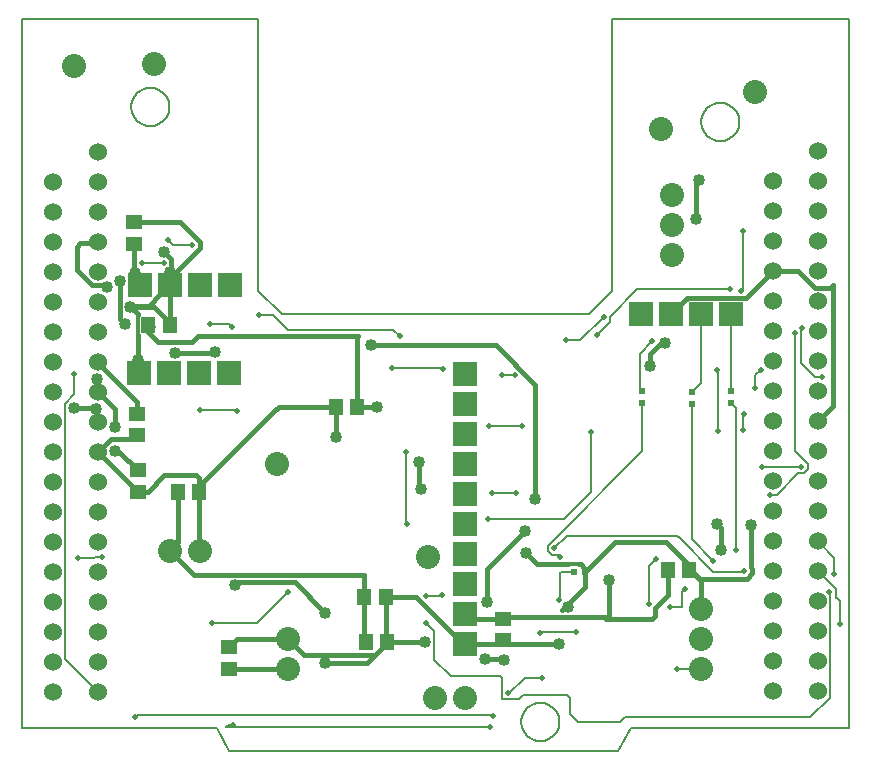
<source format=gbr>
G04 PROTEUS GERBER X2 FILE*
%TF.GenerationSoftware,Labcenter,Proteus,8.12-SP2-Build31155*%
%TF.CreationDate,2024-12-03T23:36:33+00:00*%
%TF.FileFunction,Copper,L2,Bot*%
%TF.FilePolarity,Positive*%
%TF.Part,Single*%
%TF.SameCoordinates,{80aaee04-2193-4ab7-8769-78595995fdec}*%
%FSLAX45Y45*%
%MOMM*%
G01*
%TA.AperFunction,Conductor*%
%ADD10C,0.381000*%
%ADD20C,0.304800*%
%ADD11C,0.203200*%
%TA.AperFunction,ViaPad*%
%ADD12C,1.016000*%
%ADD13C,0.508000*%
%TA.AperFunction,ComponentPad*%
%ADD15C,1.524000*%
%TA.AperFunction,ComponentPad*%
%ADD16R,2.032000X2.032000*%
%TA.AperFunction,ComponentPad*%
%ADD17C,2.032000*%
%TA.AperFunction,SMDPad,CuDef*%
%ADD21R,0.609600X0.558800*%
%ADD22R,1.143000X1.447800*%
%ADD23R,1.447800X1.143000*%
%ADD24R,0.558800X0.609600*%
%TA.AperFunction,Profile*%
%ADD71C,0.203200*%
%TD.AperFunction*%
D10*
X+970000Y+2660000D02*
X+970000Y+2756485D01*
X+641000Y+3085485D01*
X+641000Y+3098000D01*
X+970000Y+2480000D02*
X+994890Y+2455110D01*
X+994890Y+2448756D01*
X+753756Y+2448756D01*
X+641000Y+2336000D01*
X+980000Y+2180000D02*
X+816615Y+2343385D01*
X+789693Y+2343385D01*
X+784147Y+2543036D02*
X+784147Y+2700853D01*
X+641000Y+2844000D01*
X+980000Y+2000000D02*
X+888552Y+2091451D01*
D20*
X+876211Y+2103791D01*
D10*
X+644000Y+2336000D01*
X+641000Y+2336000D01*
X+1320000Y+2000000D02*
X+1320000Y+1570000D01*
X+1250000Y+1500000D01*
X+1500000Y+2000000D02*
X+1500000Y+1504000D01*
X+1504000Y+1500000D01*
X+2840000Y+2720000D02*
X+2840000Y+3312251D01*
X+2841658Y+3313909D01*
X+1488471Y+3313909D01*
X+1438558Y+3263996D01*
X+1155720Y+3263996D01*
X+1144628Y+3275088D01*
X+1070000Y+3349716D01*
X+1070000Y+3410000D01*
D11*
X+1198753Y+3933364D02*
X+1016258Y+3933364D01*
X+1014599Y+3931705D01*
X+1237162Y+4130388D02*
X+1277550Y+4090000D01*
X+1440000Y+4090000D01*
D10*
X+1205776Y+4027002D02*
X+1260926Y+3971852D01*
X+1260926Y+3903555D01*
X+1252449Y+3895078D01*
X+1252449Y+3856307D01*
D11*
X+1591667Y+3415719D02*
X+1755357Y+3415719D01*
X+1777934Y+3393142D01*
X+1507000Y+2690408D02*
X+1809592Y+2690408D01*
X+1820000Y+2680000D01*
X+680000Y+1450000D02*
X+622192Y+1450000D01*
X+612356Y+1440164D01*
X+476888Y+1440164D01*
D10*
X+1750000Y+680000D02*
X+1824000Y+754000D01*
X+2254000Y+754000D01*
X+1750000Y+500000D02*
X+2254000Y+500000D01*
X+3080000Y+1110000D02*
X+3080000Y+740000D01*
X+3090000Y+730000D01*
X+3080000Y+1110000D02*
X+3335882Y+1110000D01*
X+3735882Y+710000D01*
X+3750000Y+710000D01*
X+2900000Y+1110000D02*
X+2900000Y+1080000D01*
X+2900000Y+720000D01*
X+2910000Y+710000D01*
X+2910000Y+730000D01*
D11*
X+3424240Y+1113763D02*
X+3542844Y+1113763D01*
X+3554133Y+1125052D01*
X+6926426Y+880000D02*
X+6926426Y+1077337D01*
X+6901288Y+1102475D01*
X+6888349Y+1102475D01*
X+6888349Y+1172651D01*
X+6737000Y+1324000D01*
X+3424249Y+886105D02*
X+3492044Y+818310D01*
X+3492044Y+575660D01*
X+3633155Y+434549D01*
X+4050844Y+434549D01*
X+4062132Y+423261D01*
X+4062132Y+242638D01*
X+4208888Y+242638D01*
X+4242755Y+276505D01*
X+4615287Y+276505D01*
X+4643510Y+248282D01*
X+4643510Y+112816D01*
X+4705599Y+50727D01*
X+5066844Y+50727D01*
X+5106355Y+90238D01*
X+6675510Y+90238D01*
X+6841211Y+255939D01*
X+6841211Y+1139152D01*
X+6847807Y+1145748D01*
X+6835107Y+1145748D01*
X+6878710Y+1303793D02*
X+6878710Y+1436290D01*
X+6737000Y+1578000D01*
D10*
X+2900000Y+1110000D02*
X+2900000Y+1291488D01*
X+2896393Y+1295095D01*
X+1454905Y+1295095D01*
X+1250000Y+1500000D01*
X+4070000Y+920000D02*
X+3794000Y+920000D01*
X+3750000Y+964000D01*
X+4070000Y+740000D02*
X+4040000Y+710000D01*
X+3750000Y+710000D01*
D11*
X+4670000Y+1320000D02*
X+4560290Y+1320000D01*
X+4554613Y+1314323D01*
X+4554613Y+1091317D01*
X+4543274Y+1079978D01*
D10*
X+4770000Y+1320000D02*
X+5025127Y+1575127D01*
X+5450417Y+1575127D01*
X+5650000Y+1375544D01*
X+5650000Y+1340000D01*
D11*
X+5750000Y+500000D02*
X+5550000Y+500000D01*
X+4505817Y+1518657D02*
X+4613781Y+1626621D01*
X+5545682Y+1626621D01*
X+5568411Y+1603892D01*
X+5852527Y+1319776D01*
X+6113914Y+1319776D01*
X+6113914Y+1331140D01*
D10*
X+4080057Y+578003D02*
X+4076243Y+581817D01*
X+3942837Y+581817D01*
X+3919246Y+581817D01*
X+5914579Y+1501298D02*
X+5914579Y+1691636D01*
X+5884069Y+1722146D01*
D11*
X+5490481Y+1026892D02*
X+5585749Y+1026892D01*
X+5585749Y+1150764D01*
X+5610616Y+1175631D01*
X+6045390Y+1501711D02*
X+6045390Y+2704610D01*
X+6000000Y+2750000D01*
X+5307418Y+1049775D02*
X+5307418Y+1370135D01*
X+5364625Y+1427342D01*
X+5850886Y+1415900D02*
X+5670000Y+1596786D01*
X+5670000Y+2740000D01*
X+4559114Y+1445673D02*
X+4539388Y+1465399D01*
X+4483759Y+1465399D01*
X+4450000Y+1499158D01*
X+4450000Y+1540000D01*
X+5250000Y+2340000D01*
X+5250000Y+2750000D01*
X+4607125Y+3285856D02*
X+4728078Y+3285856D01*
X+4923906Y+3481684D01*
D10*
X+5496000Y+3500000D02*
X+5617579Y+3621579D01*
D20*
X+5628421Y+3632421D01*
D10*
X+5634386Y+3638386D01*
X+6130386Y+3638386D01*
X+6356000Y+3864000D01*
D11*
X+5750000Y+3500000D02*
X+5750000Y+2920000D01*
X+5670000Y+2840000D01*
X+5338598Y+3274337D02*
X+5230000Y+3165739D01*
X+5230000Y+3160000D01*
X+5230000Y+2870000D01*
X+5250000Y+2850000D01*
D10*
X+6356000Y+3864000D02*
X+6571975Y+3864000D01*
X+6713024Y+3722951D01*
X+6846986Y+3722951D01*
X+6870662Y+3746627D01*
X+6870662Y+2727662D01*
X+6737000Y+2594000D01*
D11*
X+6004000Y+3500000D02*
X+6004000Y+2854000D01*
X+6000000Y+2850000D01*
X+4067221Y+2990000D02*
X+4161272Y+2990000D01*
X+4163243Y+2988029D01*
X+4173801Y+2988029D01*
X+3946414Y+1764494D02*
X+4589157Y+1764494D01*
X+4817602Y+1992939D01*
X+4817602Y+2500163D01*
X+4821474Y+2504035D01*
X+3977390Y+1989067D02*
X+4182603Y+1989067D01*
X+3958030Y+2558243D02*
X+4229067Y+2558243D01*
X+4232939Y+2554371D01*
X+4235877Y+2554371D01*
D10*
X+5317384Y+3063736D02*
X+5317384Y+3162772D01*
X+5410595Y+3255983D01*
X+5445549Y+3255983D01*
D11*
X+6102566Y+2518038D02*
X+6102566Y+2646400D01*
X+6111209Y+2655043D01*
X+6113735Y+2657569D01*
X+5893384Y+2510249D02*
X+5893384Y+3024568D01*
X+5885604Y+3032348D01*
X+6255130Y+3032348D02*
X+6210000Y+2987218D01*
X+6210000Y+2880000D01*
X+6266799Y+2211613D02*
X+6598387Y+2211613D01*
X+6600000Y+2210000D01*
X+6330000Y+1969523D02*
X+6389523Y+1969523D01*
X+6573266Y+2153266D01*
X+6620765Y+2153266D01*
X+6655773Y+2188274D01*
X+6655773Y+2234227D01*
X+6542970Y+2347030D01*
X+6542970Y+3339637D01*
X+6772465Y+2974001D02*
X+6715999Y+2974001D01*
X+6597427Y+3092573D01*
X+6597427Y+3382425D01*
X+6601316Y+3386314D01*
D10*
X+3365613Y+2254080D02*
X+3365613Y+2039817D01*
X+3381196Y+2024234D01*
X+830000Y+3780000D02*
X+830000Y+3460000D01*
X+870000Y+3420000D01*
X+1250000Y+3750000D02*
X+1250000Y+3810344D01*
X+1504000Y+4064344D01*
X+1504000Y+4116000D01*
X+1340000Y+4280000D01*
X+950000Y+4280000D01*
X+1250000Y+3750000D02*
X+1128410Y+3628403D01*
D20*
X+1117594Y+3617588D01*
D10*
X+1075082Y+3575082D01*
X+904918Y+3575082D01*
X+917575Y+3562425D01*
X+721160Y+3731160D02*
X+705263Y+3747057D01*
X+592943Y+3747057D01*
X+465619Y+3874381D01*
X+465619Y+3910799D01*
X+465619Y+4074754D01*
X+494246Y+4103381D01*
X+630381Y+4103381D01*
X+641000Y+4114000D01*
X+3005709Y+2717114D02*
X+2842886Y+2717114D01*
X+2840000Y+2720000D01*
X+956482Y+3853054D02*
X+950000Y+3859536D01*
X+950000Y+4100000D01*
X+1085833Y+3389429D02*
X+1070000Y+3410000D01*
X+4070000Y+920000D02*
X+4086822Y+936822D01*
X+4141204Y+936822D01*
X+4935338Y+936822D01*
X+4948888Y+923272D01*
X+4969806Y+1253850D02*
X+4969806Y+944190D01*
X+4948888Y+923272D01*
X+5336943Y+923272D01*
X+5360462Y+946791D01*
X+5360462Y+1014813D01*
X+5470000Y+1124351D01*
X+5470000Y+1340000D01*
X+641000Y+2844000D02*
X+641000Y+2966129D01*
X+636635Y+2970494D01*
X+636635Y+2953376D01*
X+1295154Y+3176454D02*
X+1630465Y+3176454D01*
X+1636172Y+3182161D01*
X+3090000Y+730000D02*
X+3090000Y+720000D01*
X+2990000Y+620000D01*
X+2922887Y+552887D01*
X+2567655Y+552887D01*
X+2567655Y+975951D02*
X+2308683Y+1234923D01*
X+1809836Y+1234923D01*
X+1807223Y+1232310D01*
X+1807223Y+1207528D01*
X+2990000Y+620000D02*
X+2388000Y+620000D01*
X+2254000Y+754000D01*
X+3941541Y+1066256D02*
X+3941541Y+1348479D01*
X+4255121Y+1662059D01*
X+4345276Y+1936440D02*
X+4345276Y+2904619D01*
X+4012097Y+3237798D01*
X+2957683Y+3237798D01*
X+3090000Y+730000D02*
X+3093416Y+726584D01*
X+3413378Y+726584D01*
X+2660000Y+2720000D02*
X+2660000Y+2467907D01*
X+2656009Y+2463916D01*
X+440000Y+2710000D02*
X+605008Y+2710000D01*
X+626927Y+2731919D01*
X+626927Y+2699996D01*
X+978975Y+3109858D02*
X+978975Y+3323412D01*
D20*
X+978975Y+3496588D01*
D10*
X+978975Y+3501025D01*
X+917575Y+3562425D01*
X+1117575Y+3562425D01*
X+1250000Y+3430000D01*
X+1250000Y+3410000D01*
X+1250000Y+3750000D02*
X+1250000Y+3430000D01*
X+980000Y+2000000D02*
X+1066373Y+2000000D01*
X+1206395Y+2140022D01*
X+1475236Y+2140022D01*
X+1483638Y+2131620D01*
X+1500000Y+2115258D01*
X+1500000Y+2050000D01*
X+1500000Y+2000000D01*
X+2660000Y+2720000D02*
X+2175653Y+2720000D01*
X+2137335Y+2681682D01*
X+2025653Y+2570000D01*
X+2020000Y+2570000D01*
X+1500000Y+2050000D01*
X+4770000Y+1320000D02*
X+4770000Y+1194060D01*
X+4573124Y+997184D01*
X+4573124Y+995148D01*
X+4604377Y+1026401D01*
X+4620377Y+1026401D01*
X+4549076Y+705610D02*
X+4104390Y+705610D01*
X+4070000Y+740000D01*
X+4267131Y+1477231D02*
X+4360837Y+1383525D01*
X+4626025Y+1383525D01*
D20*
X+4713975Y+1383525D01*
D10*
X+4733192Y+1383525D01*
X+4770000Y+1346717D01*
X+4770000Y+1320000D01*
X+6170923Y+1716666D02*
X+6170923Y+1360091D01*
X+6184727Y+1346287D01*
X+6184727Y+1309475D01*
X+6135252Y+1260000D01*
X+5740000Y+1260000D01*
X+5730000Y+1260000D01*
X+5650000Y+1340000D01*
X+5750000Y+1008000D02*
X+5750000Y+1250000D01*
X+5740000Y+1260000D01*
X+5707150Y+1292850D01*
X+5650000Y+1340000D01*
D11*
X+5996374Y+3713260D02*
X+5210183Y+3713260D01*
X+4977583Y+3480660D01*
X+4977583Y+3434139D01*
X+4870587Y+3327143D01*
X+3248585Y+2336264D02*
X+3248585Y+1731502D01*
X+3257889Y+1722198D01*
X+3264092Y+1722198D01*
D10*
X+5730000Y+4640000D02*
X+5708072Y+4618072D01*
X+5708072Y+4306734D01*
D11*
X+6107519Y+4205339D02*
X+6107519Y+3713571D01*
X+6088422Y+3694474D01*
X+6088422Y+3700587D01*
X+2004762Y+3494244D02*
X+2123187Y+3494244D01*
X+2250690Y+3366741D01*
X+3145581Y+3366741D01*
X+3199266Y+3313056D01*
X+3130000Y+3050000D02*
X+3549560Y+3050000D01*
X+3561643Y+3037917D01*
X+444081Y+2993140D02*
X+444081Y+2825346D01*
X+361341Y+2742606D01*
X+361341Y+2677389D01*
X+364350Y+2674380D01*
X+364350Y+580650D01*
X+641000Y+304000D01*
X+3990000Y+100000D02*
X+3983490Y+106510D01*
X+972728Y+106510D01*
X+955604Y+89386D01*
X+4690383Y+812586D02*
X+4398430Y+812586D01*
X+4385797Y+799953D01*
X+4405728Y+425747D02*
X+4259753Y+425747D01*
X+4117235Y+283229D01*
X+4106416Y+283229D01*
X+4119100Y+295913D01*
X+3959331Y+6331D02*
X+1726251Y+6331D01*
X+1745867Y+25947D01*
X+1790731Y+25947D01*
X+1608838Y+886688D02*
X+1986688Y+886688D01*
X+2250000Y+1150000D01*
D12*
X+789693Y+2343385D03*
X+784147Y+2543036D03*
D13*
X+1198753Y+3933364D03*
X+1014599Y+3931705D03*
X+1237162Y+4130388D03*
X+1440000Y+4090000D03*
D12*
X+1205776Y+4027002D03*
X+1252449Y+3856307D03*
D13*
X+1591667Y+3415719D03*
X+1777934Y+3393142D03*
X+1507000Y+2690408D03*
X+1820000Y+2680000D03*
X+680000Y+1450000D03*
X+476888Y+1440164D03*
X+3424240Y+1113763D03*
X+3554133Y+1125052D03*
X+6926426Y+880000D03*
X+3424249Y+886105D03*
X+6835107Y+1145748D03*
X+6878710Y+1303793D03*
X+4543274Y+1079978D03*
X+5550000Y+500000D03*
X+4505817Y+1518657D03*
X+6113914Y+1331140D03*
D12*
X+4080057Y+578003D03*
X+3919246Y+581817D03*
X+5914579Y+1501298D03*
X+5884069Y+1722146D03*
D13*
X+5490481Y+1026892D03*
X+5610616Y+1175631D03*
X+6045390Y+1501711D03*
X+5307418Y+1049775D03*
X+5364625Y+1427342D03*
X+5850886Y+1415900D03*
X+4559114Y+1445673D03*
X+4607125Y+3285856D03*
X+4923906Y+3481684D03*
X+5338598Y+3274337D03*
X+4067221Y+2990000D03*
X+4173801Y+2988029D03*
X+3946414Y+1764494D03*
X+4821474Y+2504035D03*
X+3977390Y+1989067D03*
X+4182603Y+1989067D03*
X+3958030Y+2558243D03*
X+4235877Y+2554371D03*
D12*
X+5317384Y+3063736D03*
X+5445549Y+3255983D03*
D13*
X+6102566Y+2518038D03*
X+6113735Y+2657569D03*
X+5893384Y+2510249D03*
X+5885604Y+3032348D03*
X+6255130Y+3032348D03*
X+6210000Y+2880000D03*
X+6266799Y+2211613D03*
X+6600000Y+2210000D03*
X+6330000Y+1969523D03*
X+6542970Y+3339637D03*
X+6772465Y+2974001D03*
X+6601316Y+3386314D03*
D12*
X+3365613Y+2254080D03*
X+3381196Y+2024234D03*
X+830000Y+3780000D03*
X+870000Y+3420000D03*
X+917575Y+3562425D03*
X+721160Y+3731160D03*
X+3005709Y+2717114D03*
X+956482Y+3853054D03*
X+1085833Y+3389429D03*
X+4969806Y+1253850D03*
X+636635Y+2953376D03*
X+1295154Y+3176454D03*
X+1636172Y+3182161D03*
X+2567655Y+552887D03*
X+2567655Y+975951D03*
X+1807223Y+1207528D03*
X+3941541Y+1066256D03*
X+4255121Y+1662059D03*
X+4345276Y+1936440D03*
X+2957683Y+3237798D03*
X+3413378Y+726584D03*
X+2656009Y+2463916D03*
X+440000Y+2710000D03*
X+626927Y+2699996D03*
X+978975Y+3109858D03*
X+4620377Y+1026401D03*
X+4549076Y+705610D03*
X+4267131Y+1477231D03*
X+6170923Y+1716666D03*
D13*
X+5996374Y+3713260D03*
X+4870587Y+3327143D03*
X+3248585Y+2336264D03*
X+3264092Y+1722198D03*
D12*
X+5730000Y+4640000D03*
X+5708072Y+4306734D03*
D13*
X+6107519Y+4205339D03*
X+6088422Y+3700587D03*
X+2004762Y+3494244D03*
X+3199266Y+3313056D03*
X+3130000Y+3050000D03*
X+3561643Y+3037917D03*
X+444081Y+2993140D03*
X+3990000Y+100000D03*
X+955604Y+89386D03*
X+4690383Y+812586D03*
X+4385797Y+799953D03*
X+4405728Y+425747D03*
X+4119100Y+295913D03*
X+3959331Y+6331D03*
X+1790731Y+25947D03*
X+1608838Y+886688D03*
X+2250000Y+1150000D03*
D15*
X+641000Y+4876000D03*
X+260000Y+4622000D03*
X+641000Y+4622000D03*
X+260000Y+4368000D03*
X+641000Y+4368000D03*
X+260000Y+4114000D03*
X+641000Y+4114000D03*
X+260000Y+3860000D03*
X+641000Y+3860000D03*
X+260000Y+3606000D03*
X+641000Y+3606000D03*
X+260000Y+3352000D03*
X+641000Y+3352000D03*
X+260000Y+3098000D03*
X+641000Y+3098000D03*
X+260000Y+2844000D03*
X+641000Y+2844000D03*
X+260000Y+2590000D03*
X+641000Y+2590000D03*
X+260000Y+2336000D03*
X+641000Y+2336000D03*
X+260000Y+2082000D03*
X+641000Y+2082000D03*
X+260000Y+1828000D03*
X+641000Y+1828000D03*
X+260000Y+1574000D03*
X+641000Y+1574000D03*
X+260000Y+1320000D03*
X+641000Y+1320000D03*
X+260000Y+1066000D03*
X+641000Y+1066000D03*
X+260000Y+812000D03*
X+641000Y+812000D03*
X+260000Y+558000D03*
X+641000Y+558000D03*
X+260000Y+304000D03*
X+641000Y+304000D03*
X+6737000Y+4880000D03*
X+6356000Y+4626000D03*
X+6737000Y+4626000D03*
X+6356000Y+4372000D03*
X+6737000Y+4372000D03*
X+6356000Y+4118000D03*
X+6737000Y+4118000D03*
X+6356000Y+3864000D03*
X+6737000Y+3864000D03*
X+6356000Y+3610000D03*
X+6737000Y+3610000D03*
X+6356000Y+3356000D03*
X+6737000Y+3356000D03*
X+6356000Y+3102000D03*
X+6737000Y+3102000D03*
X+6356000Y+2848000D03*
X+6737000Y+2848000D03*
X+6356000Y+2594000D03*
X+6737000Y+2594000D03*
X+6356000Y+2340000D03*
X+6737000Y+2340000D03*
X+6356000Y+2086000D03*
X+6737000Y+2086000D03*
X+6356000Y+1832000D03*
X+6737000Y+1832000D03*
X+6356000Y+1578000D03*
X+6737000Y+1578000D03*
X+6356000Y+1324000D03*
X+6737000Y+1324000D03*
X+6356000Y+1070000D03*
X+6737000Y+1070000D03*
X+6356000Y+816000D03*
X+6737000Y+816000D03*
X+6356000Y+562000D03*
X+6737000Y+562000D03*
X+6356000Y+308000D03*
X+6737000Y+308000D03*
D16*
X+6004000Y+3500000D03*
X+5750000Y+3500000D03*
X+5496000Y+3500000D03*
X+5242000Y+3500000D03*
X+3750000Y+2996000D03*
X+3750000Y+2742000D03*
X+3750000Y+2488000D03*
X+3750000Y+2234000D03*
X+3750000Y+1980000D03*
X+3750000Y+1726000D03*
X+3750000Y+1472000D03*
X+3750000Y+1218000D03*
X+3750000Y+964000D03*
X+3750000Y+710000D03*
D17*
X+1250000Y+1500000D03*
X+1504000Y+1500000D03*
D16*
X+996000Y+3750000D03*
X+1250000Y+3750000D03*
X+1504000Y+3750000D03*
X+1758000Y+3750000D03*
X+1750000Y+3000000D03*
X+1496000Y+3000000D03*
X+1242000Y+3000000D03*
X+988000Y+3000000D03*
D17*
X+5500000Y+4508000D03*
X+5500000Y+4254000D03*
X+5500000Y+4000000D03*
X+3750000Y+250000D03*
X+3496000Y+250000D03*
X+2254000Y+500000D03*
X+2254000Y+754000D03*
X+5750000Y+500000D03*
X+5750000Y+754000D03*
X+5750000Y+1008000D03*
D21*
X+5670000Y+2740000D03*
X+5670000Y+2840000D03*
X+6000000Y+2750000D03*
X+6000000Y+2850000D03*
X+5250000Y+2750000D03*
X+5250000Y+2850000D03*
D22*
X+1320000Y+2000000D03*
X+1500000Y+2000000D03*
D23*
X+1750000Y+500000D03*
X+1750000Y+680000D03*
D22*
X+1070000Y+3410000D03*
X+1250000Y+3410000D03*
D23*
X+950000Y+4100000D03*
X+950000Y+4280000D03*
D24*
X+4770000Y+1320000D03*
X+4670000Y+1320000D03*
D22*
X+2900000Y+1110000D03*
X+3080000Y+1110000D03*
X+2910000Y+730000D03*
X+3090000Y+730000D03*
X+2840000Y+2720000D03*
X+2660000Y+2720000D03*
D23*
X+970000Y+2660000D03*
X+970000Y+2480000D03*
X+980000Y+2180000D03*
X+980000Y+2000000D03*
X+4070000Y+920000D03*
X+4070000Y+740000D03*
D22*
X+5470000Y+1340000D03*
X+5650000Y+1340000D03*
D17*
X+3440000Y+1450000D03*
X+2160000Y+2230000D03*
X+5410000Y+5070000D03*
X+6210000Y+5380000D03*
X+1120000Y+5620000D03*
X+440000Y+5600000D03*
D71*
X+0Y+0D02*
X+1650000Y+0D01*
X+7000000Y+0D02*
X+7000000Y+6000000D01*
X+5000000Y+6000000D01*
X+5000000Y+3700000D01*
X+4800000Y+3500000D01*
X+2200000Y+3500000D01*
X+2000000Y+3700000D02*
X+2000000Y+6000000D01*
X+0Y+6000000D01*
X+0Y+0D01*
X+2000000Y+3700000D02*
X+2200000Y+3500000D01*
X+5160000Y+0D02*
X+7000000Y+0D01*
X+1750000Y-200000D02*
X+5050000Y-200000D01*
X+1650000Y+0D02*
X+1750000Y-200000D01*
X+5160000Y+0D02*
X+5050000Y-200000D01*
X+4550045Y+50000D02*
X+4549508Y+63142D01*
X+4545144Y+89427D01*
X+4536029Y+115712D01*
X+4521182Y+141997D01*
X+4498470Y+168118D01*
X+4472185Y+187898D01*
X+4445900Y+200658D01*
X+4419615Y+208108D01*
X+4393330Y+210987D01*
X+4389000Y+211045D01*
X+4227955Y+50000D02*
X+4228492Y+63142D01*
X+4232856Y+89427D01*
X+4241971Y+115712D01*
X+4256818Y+141997D01*
X+4279530Y+168118D01*
X+4305815Y+187898D01*
X+4332100Y+200658D01*
X+4358385Y+208108D01*
X+4384670Y+210987D01*
X+4389000Y+211045D01*
X+4227955Y+50000D02*
X+4228492Y+36858D01*
X+4232856Y+10573D01*
X+4241971Y-15712D01*
X+4256818Y-41997D01*
X+4279530Y-68118D01*
X+4305815Y-87898D01*
X+4332100Y-100658D01*
X+4358385Y-108108D01*
X+4384670Y-110987D01*
X+4389000Y-111045D01*
X+4550045Y+50000D02*
X+4549508Y+36858D01*
X+4545144Y+10573D01*
X+4536029Y-15712D01*
X+4521182Y-41997D01*
X+4498470Y-68118D01*
X+4472185Y-87898D01*
X+4445900Y-100658D01*
X+4419615Y-108108D01*
X+4393330Y-110987D01*
X+4389000Y-111045D01*
X+6074045Y+5130000D02*
X+6073508Y+5143142D01*
X+6069144Y+5169427D01*
X+6060029Y+5195712D01*
X+6045182Y+5221997D01*
X+6022470Y+5248118D01*
X+5996185Y+5267898D01*
X+5969900Y+5280658D01*
X+5943615Y+5288108D01*
X+5917330Y+5290987D01*
X+5913000Y+5291045D01*
X+5751955Y+5130000D02*
X+5752492Y+5143142D01*
X+5756856Y+5169427D01*
X+5765971Y+5195712D01*
X+5780818Y+5221997D01*
X+5803530Y+5248118D01*
X+5829815Y+5267898D01*
X+5856100Y+5280658D01*
X+5882385Y+5288108D01*
X+5908670Y+5290987D01*
X+5913000Y+5291045D01*
X+5751955Y+5130000D02*
X+5752492Y+5116858D01*
X+5756856Y+5090573D01*
X+5765971Y+5064288D01*
X+5780818Y+5038003D01*
X+5803530Y+5011882D01*
X+5829815Y+4992102D01*
X+5856100Y+4979342D01*
X+5882385Y+4971892D01*
X+5908670Y+4969013D01*
X+5913000Y+4968955D01*
X+6074045Y+5130000D02*
X+6073508Y+5116858D01*
X+6069144Y+5090573D01*
X+6060029Y+5064288D01*
X+6045182Y+5038003D01*
X+6022470Y+5011882D01*
X+5996185Y+4992102D01*
X+5969900Y+4979342D01*
X+5943615Y+4971892D01*
X+5917330Y+4969013D01*
X+5913000Y+4968955D01*
X+1248045Y+5257000D02*
X+1247508Y+5270142D01*
X+1243144Y+5296427D01*
X+1234029Y+5322712D01*
X+1219182Y+5348997D01*
X+1196470Y+5375118D01*
X+1170185Y+5394898D01*
X+1143900Y+5407658D01*
X+1117615Y+5415108D01*
X+1091330Y+5417987D01*
X+1087000Y+5418045D01*
X+925955Y+5257000D02*
X+926492Y+5270142D01*
X+930856Y+5296427D01*
X+939971Y+5322712D01*
X+954818Y+5348997D01*
X+977530Y+5375118D01*
X+1003815Y+5394898D01*
X+1030100Y+5407658D01*
X+1056385Y+5415108D01*
X+1082670Y+5417987D01*
X+1087000Y+5418045D01*
X+925955Y+5257000D02*
X+926492Y+5243858D01*
X+930856Y+5217573D01*
X+939971Y+5191288D01*
X+954818Y+5165003D01*
X+977530Y+5138882D01*
X+1003815Y+5119102D01*
X+1030100Y+5106342D01*
X+1056385Y+5098892D01*
X+1082670Y+5096013D01*
X+1087000Y+5095955D01*
X+1248045Y+5257000D02*
X+1247508Y+5243858D01*
X+1243144Y+5217573D01*
X+1234029Y+5191288D01*
X+1219182Y+5165003D01*
X+1196470Y+5138882D01*
X+1170185Y+5119102D01*
X+1143900Y+5106342D01*
X+1117615Y+5098892D01*
X+1091330Y+5096013D01*
X+1087000Y+5095955D01*
M02*

</source>
